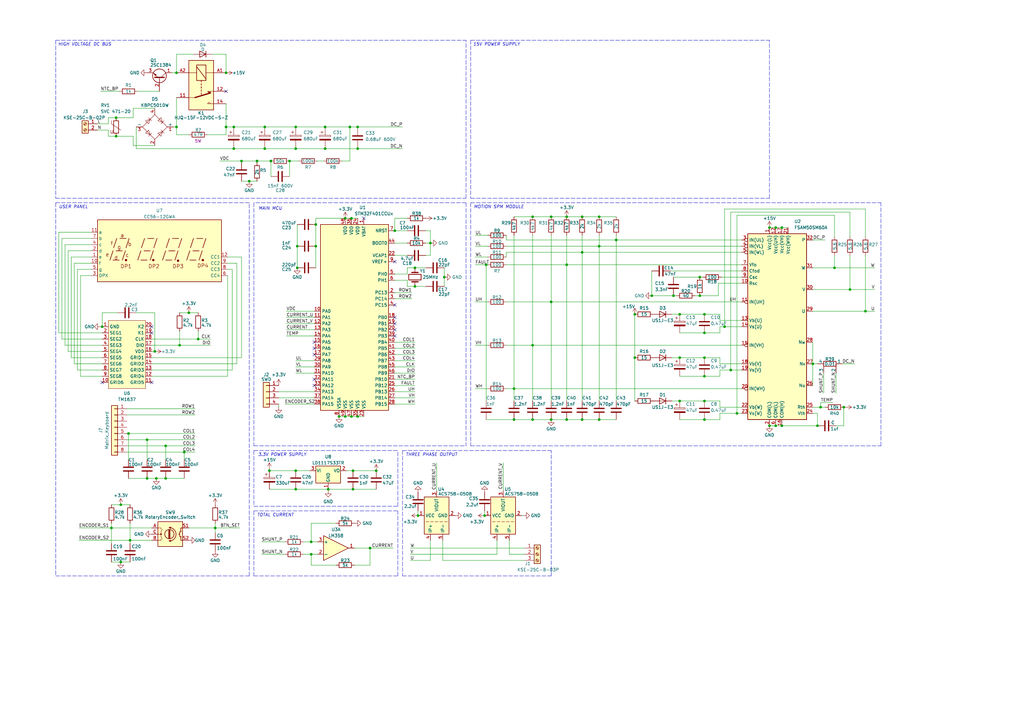
<source format=kicad_sch>
(kicad_sch (version 20211123) (generator eeschema)
  (paper "A3")
  (title_block (title "Преобразователь частоты бытовой 5.5 кВт") (date "2022-08-28") (rev "1.00") (comment 1 "01") (comment 2 "Скукин. Д."))
  (bus_alias "rr" (members "PA8"))
  (junction (at 302.26 169.545))
  (junction (at 210.82 172.085))
  (junction (at 127.635 227.33))
  (junction (at 73.66 141.605))
  (junction (at 315.595 174.625))
  (junction (at 171.45 211.455))
  (junction (at 72.39 52.07))
  (junction (at -111.125 149.225))
  (junction (at -78.74 139.065))
  (junction (at 111.125 66.04))
  (junction (at 47.625 55.88))
  (junction (at 176.53 99.695))
  (junction (at 60.325 180.34))
  (junction (at 238.76 88.9))
  (junction (at 139.065 170.815))
  (junction (at -78.74 227.965))
  (junction (at 318.135 174.625))
  (junction (at 199.39 108.585))
  (junction (at 288.925 146.685))
  (junction (at 47.625 48.26))
  (junction (at 144.145 89.535))
  (junction (at 144.145 170.815))
  (junction (at 49.53 207.01))
  (junction (at 260.35 146.685))
  (junction (at -101.6 177.165))
  (junction (at 318.135 93.345))
  (junction (at 92.71 29.845))
  (junction (at 278.765 128.905))
  (junction (at 92.71 52.07))
  (junction (at 267.335 121.285))
  (junction (at 49.53 230.505))
  (junction (at 133.35 52.07))
  (junction (at 335.28 174.625))
  (junction (at -73.66 227.965))
  (junction (at 342.265 109.855))
  (junction (at 105.41 66.04))
  (junction (at -67.945 127.635))
  (junction (at 299.72 151.765))
  (junction (at 53.34 221.615))
  (junction (at 63.5 144.145))
  (junction (at 144.78 193.04))
  (junction (at -101.6 169.545))
  (junction (at 99.06 66.04))
  (junction (at 146.685 52.07))
  (junction (at 41.91 133.985))
  (junction (at 226.06 172.085))
  (junction (at 210.82 159.385))
  (junction (at 108.585 60.96))
  (junction (at 348.615 118.745))
  (junction (at 226.06 123.825))
  (junction (at 287.02 121.285))
  (junction (at 121.285 200.66))
  (junction (at 110.49 193.04))
  (junction (at 77.47 128.27))
  (junction (at 134.62 200.66))
  (junction (at 320.675 93.345))
  (junction (at 146.685 170.815))
  (junction (at 60.325 196.215))
  (junction (at 276.225 121.285))
  (junction (at 218.44 88.9))
  (junction (at 238.76 103.505))
  (junction (at 232.41 88.9))
  (junction (at 245.745 100.965))
  (junction (at 146.685 60.96))
  (junction (at 288.925 154.305))
  (junction (at 121.285 193.04))
  (junction (at 118.745 66.04))
  (junction (at 121.285 60.96))
  (junction (at 218.44 172.085))
  (junction (at 143.51 52.07))
  (junction (at 232.41 108.585))
  (junction (at 238.76 172.085))
  (junction (at 72.39 29.845))
  (junction (at 315.595 93.345))
  (junction (at 260.35 128.905))
  (junction (at -76.835 127.635))
  (junction (at 198.755 211.455))
  (junction (at 121.285 52.07))
  (junction (at 141.605 170.815))
  (junction (at 133.35 60.96))
  (junction (at -76.2 139.065))
  (junction (at 88.265 216.535))
  (junction (at 245.745 88.9))
  (junction (at 288.925 128.905))
  (junction (at 170.18 117.475))
  (junction (at 182.245 113.665))
  (junction (at 346.075 167.005))
  (junction (at 45.72 216.535))
  (junction (at 287.02 113.665))
  (junction (at 141.605 89.535))
  (junction (at 121.92 100.965))
  (junction (at -76.2 227.965))
  (junction (at 245.745 172.085))
  (junction (at 288.925 172.085))
  (junction (at -67.945 135.255))
  (junction (at 170.18 109.855))
  (junction (at 354.965 127.635))
  (junction (at 81.28 139.065))
  (junction (at 144.78 200.66))
  (junction (at 67.945 196.215))
  (junction (at 320.675 174.625))
  (junction (at 336.55 167.005))
  (junction (at 127.635 222.25))
  (junction (at -59.055 135.255))
  (junction (at 226.06 88.9))
  (junction (at -96.52 144.145))
  (junction (at 288.925 136.525))
  (junction (at 288.925 164.465))
  (junction (at 52.705 177.8))
  (junction (at 108.585 52.07))
  (junction (at 95.885 52.07))
  (junction (at -113.665 173.355))
  (junction (at 252.73 98.425))
  (junction (at 218.44 141.605))
  (junction (at 95.885 60.96))
  (junction (at 129.54 92.075))
  (junction (at 151.765 224.79))
  (junction (at 278.765 146.685))
  (junction (at 67.945 182.88))
  (junction (at 154.305 193.04))
  (junction (at 129.54 100.965))
  (junction (at 333.375 149.225))
  (junction (at 278.765 164.465))
  (junction (at -81.28 139.065))
  (junction (at 102.235 74.295))
  (junction (at 121.92 109.855))
  (junction (at 64.135 196.215))
  (junction (at 75.565 185.42))
  (junction (at 232.41 172.085))
  (junction (at 161.925 94.615))
  (junction (at 297.18 133.985))
  (junction (at -81.28 227.965))
  (no_connect (at 149.225 89.535))
  (no_connect (at 161.925 107.315))
  (no_connect (at 128.905 145.415))
  (no_connect (at 128.905 155.575))
  (no_connect (at 128.905 158.115))
  (no_connect (at 128.905 142.875))
  (no_connect (at 128.905 140.335))
  (no_connect (at -83.82 139.065))
  (no_connect (at 161.925 125.095))
  (no_connect (at 62.23 133.985))
  (no_connect (at 62.23 136.525))
  (no_connect (at 62.23 156.845))
  (no_connect (at 41.91 156.845))
  (no_connect (at 92.71 37.465))
  (no_connect (at 161.925 130.175))
  (no_connect (at 161.925 132.715))
  (no_connect (at 161.925 135.255))
  (no_connect (at 161.925 137.795))
  (wire (pts (xy 67.945 182.88) (xy 80.01 182.88)))
  (wire (pts (xy -111.125 149.225) (xy -111.125 154.305)))
  (wire (pts (xy 88.265 214.63) (xy 88.265 216.535)))
  (wire (pts (xy 29.21 105.41) (xy 29.21 146.685)))
  (wire (pts (xy 134.62 201.295) (xy 134.62 200.66)))
  (polyline (pts (xy 104.14 184.785) (xy 104.14 207.645)))
  (wire (pts (xy 52.705 196.215) (xy 60.325 196.215)))
  (wire (pts (xy 232.41 108.585) (xy 232.41 164.465)))
  (wire (pts (xy 295.275 167.005) (xy 295.275 164.465)))
  (wire (pts (xy 137.795 214.63) (xy 127.635 214.63)))
  (wire (pts (xy 137.795 231.775) (xy 127.635 231.775)))
  (wire (pts (xy 97.155 107.95) (xy 93.345 107.95)))
  (wire (pts (xy 63.5 128.27) (xy 63.5 144.145)))
  (wire (pts (xy 267.335 121.285) (xy 267.335 111.125)))
  (wire (pts (xy 37.465 95.25) (xy 24.13 95.25)))
  (wire (pts (xy -76.835 135.255) (xy -67.945 135.255)))
  (wire (pts (xy 114.3 163.195) (xy 128.905 163.195)))
  (wire (pts (xy 60.325 180.34) (xy 60.325 188.595)))
  (wire (pts (xy 141.605 170.815) (xy 144.145 170.815)))
  (wire (pts (xy 129.54 92.075) (xy 129.54 100.965)))
  (wire (pts (xy -101.6 144.145) (xy -96.52 144.145)))
  (polyline (pts (xy 104.14 236.22) (xy 163.195 236.22)))
  (wire (pts (xy 37.465 100.33) (xy 26.67 100.33)))
  (wire (pts (xy 275.59 128.905) (xy 278.765 128.905)))
  (wire (pts (xy 276.225 113.665) (xy 287.02 113.665)))
  (wire (pts (xy 226.06 123.825) (xy 226.06 164.465)))
  (wire (pts (xy 287.02 113.665) (xy 288.29 113.665)))
  (wire (pts (xy 133.35 60.96) (xy 133.35 60.325)))
  (wire (pts (xy 70.485 29.845) (xy 72.39 29.845)))
  (wire (pts (xy 194.945 159.385) (xy 200.025 159.385)))
  (wire (pts (xy 278.765 146.685) (xy 288.925 146.685)))
  (wire (pts (xy 207.645 96.52) (xy 207.645 98.425)))
  (wire (pts (xy 333.375 118.745) (xy 348.615 118.745)))
  (wire (pts (xy 99.06 146.685) (xy 99.06 105.41)))
  (wire (pts (xy 63.5 144.145) (xy 62.23 144.145)))
  (wire (pts (xy 143.51 66.04) (xy 143.51 52.07)))
  (wire (pts (xy 170.18 109.855) (xy 174.625 109.855)))
  (wire (pts (xy 111.125 66.04) (xy 111.125 72.39)))
  (wire (pts (xy 33.02 154.305) (xy 41.91 154.305)))
  (wire (pts (xy 333.375 109.855) (xy 342.265 109.855)))
  (wire (pts (xy 161.925 112.395) (xy 167.005 112.395)))
  (wire (pts (xy 64.135 196.215) (xy 67.945 196.215)))
  (wire (pts (xy 304.165 149.225) (xy 295.275 149.225)))
  (wire (pts (xy 214.63 211.455) (xy 213.995 211.455)))
  (wire (pts (xy 278.765 172.085) (xy 288.925 172.085)))
  (wire (pts (xy 75.565 185.42) (xy 80.01 185.42)))
  (wire (pts (xy 260.35 146.685) (xy 260.35 164.465)))
  (wire (pts (xy 226.06 172.085) (xy 232.41 172.085)))
  (wire (pts (xy 238.76 96.52) (xy 238.76 103.505)))
  (wire (pts (xy 295.275 164.465) (xy 288.925 164.465)))
  (wire (pts (xy 295.275 131.445) (xy 295.275 128.905)))
  (wire (pts (xy 346.075 167.005) (xy 346.075 174.625)))
  (wire (pts (xy 99.06 105.41) (xy 93.345 105.41)))
  (wire (pts (xy 25.4 139.065) (xy 41.91 139.065)))
  (polyline (pts (xy 104.14 209.55) (xy 163.195 209.55)))
  (wire (pts (xy 174.625 104.775) (xy 176.53 104.775)))
  (wire (pts (xy 95.885 52.705) (xy 95.885 52.07)))
  (wire (pts (xy -96.52 139.065) (xy -96.52 144.145)))
  (wire (pts (xy 129.54 100.965) (xy 129.54 109.855)))
  (wire (pts (xy 67.945 196.215) (xy 75.565 196.215)))
  (wire (pts (xy 31.75 110.49) (xy 31.75 151.765)))
  (wire (pts (xy 146.685 60.325) (xy 146.685 60.96)))
  (wire (pts (xy 121.285 200.66) (xy 134.62 200.66)))
  (wire (pts (xy 45.72 216.535) (xy 45.72 222.885)))
  (wire (pts (xy 105.41 66.04) (xy 105.41 66.675)))
  (wire (pts (xy 99.06 66.04) (xy 90.17 66.04)))
  (wire (pts (xy 37.465 105.41) (xy 29.21 105.41)))
  (wire (pts (xy 44.45 50.8) (xy 44.45 48.26)))
  (wire (pts (xy -98.425 177.165) (xy -101.6 177.165)))
  (wire (pts (xy -63.5 220.345) (xy -55.245 220.345)))
  (polyline (pts (xy 104.14 182.88) (xy 191.135 182.88)))
  (wire (pts (xy 31.75 151.765) (xy 41.91 151.765)))
  (wire (pts (xy -67.945 127.635) (xy -59.055 127.635)))
  (wire (pts (xy -63.5 215.265) (xy -55.245 215.265)))
  (wire (pts (xy -49.53 182.245) (xy -63.5 182.245)))
  (wire (pts (xy 226.06 123.825) (xy 304.165 123.825)))
  (wire (pts (xy 102.235 74.295) (xy 105.41 74.295)))
  (wire (pts (xy 144.78 193.04) (xy 154.305 193.04)))
  (wire (pts (xy 41.91 128.27) (xy 41.91 133.985)))
  (wire (pts (xy 121.285 150.495) (xy 128.905 150.495)))
  (wire (pts (xy 27.94 144.145) (xy 41.91 144.145)))
  (wire (pts (xy 121.285 153.035) (xy 128.905 153.035)))
  (wire (pts (xy 232.41 88.9) (xy 238.76 88.9)))
  (wire (pts (xy 167.005 109.855) (xy 170.18 109.855)))
  (wire (pts (xy 167.005 117.475) (xy 170.18 117.475)))
  (wire (pts (xy 92.71 42.545) (xy 92.71 52.07)))
  (polyline (pts (xy 102.235 236.22) (xy 102.235 83.185)))
  (wire (pts (xy 226.06 96.52) (xy 226.06 123.825)))
  (wire (pts (xy 44.45 55.88) (xy 47.625 55.88)))
  (wire (pts (xy 238.76 103.505) (xy 304.165 103.505)))
  (wire (pts (xy 260.35 128.905) (xy 260.35 146.685)))
  (wire (pts (xy 182.245 109.855) (xy 182.245 113.665)))
  (wire (pts (xy 55.88 60.96) (xy 55.88 52.07)))
  (wire (pts (xy 302.26 169.545) (xy 304.165 169.545)))
  (wire (pts (xy 348.615 118.745) (xy 348.615 104.775)))
  (wire (pts (xy 342.265 97.155) (xy 342.265 88.265)))
  (wire (pts (xy 207.645 103.505) (xy 238.76 103.505)))
  (wire (pts (xy 182.245 113.665) (xy 182.245 117.475)))
  (wire (pts (xy 77.47 216.535) (xy 88.265 216.535)))
  (wire (pts (xy 117.475 132.715) (xy 128.905 132.715)))
  (wire (pts (xy 348.615 86.995) (xy 348.615 97.155)))
  (wire (pts (xy 194.945 123.825) (xy 200.025 123.825)))
  (wire (pts (xy -78.74 139.065) (xy -81.28 139.065)))
  (wire (pts (xy 161.925 158.115) (xy 170.18 158.115)))
  (wire (pts (xy 333.375 149.225) (xy 333.375 158.115)))
  (wire (pts (xy 295.275 169.545) (xy 302.26 169.545)))
  (wire (pts (xy -81.28 139.065) (xy -81.28 127.635)))
  (wire (pts (xy 295.275 172.085) (xy 288.925 172.085)))
  (wire (pts (xy -63.5 212.725) (xy -55.245 212.725)))
  (wire (pts (xy 167.005 94.615) (xy 161.925 94.615)))
  (wire (pts (xy 71.12 52.07) (xy 72.39 52.07)))
  (wire (pts (xy 116.84 222.25) (xy 107.315 222.25)))
  (wire (pts (xy 60.325 180.34) (xy 80.01 180.34)))
  (wire (pts (xy -55.88 167.005) (xy -63.5 167.005)))
  (wire (pts (xy 37.465 107.95) (xy 30.48 107.95)))
  (wire (pts (xy 52.07 185.42) (xy 75.565 185.42)))
  (wire (pts (xy 81.28 139.065) (xy 86.36 139.065)))
  (wire (pts (xy -63.5 217.805) (xy -55.245 217.805)))
  (wire (pts (xy 167.005 89.535) (xy 161.925 89.535)))
  (wire (pts (xy -63.5 210.185) (xy -55.245 210.185)))
  (wire (pts (xy 146.685 170.815) (xy 149.225 170.815)))
  (wire (pts (xy 54.61 59.69) (xy 63.5 59.69)))
  (wire (pts (xy 171.45 209.55) (xy 171.45 211.455)))
  (wire (pts (xy 161.29 224.79) (xy 151.765 224.79)))
  (wire (pts (xy 194.945 108.585) (xy 199.39 108.585)))
  (wire (pts (xy 52.07 177.8) (xy 52.705 177.8)))
  (wire (pts (xy 278.765 154.305) (xy 288.925 154.305)))
  (wire (pts (xy 108.585 52.07) (xy 121.285 52.07)))
  (wire (pts (xy -67.945 135.255) (xy -59.055 135.255)))
  (wire (pts (xy -83.82 227.965) (xy -81.28 227.965)))
  (wire (pts (xy 108.585 60.96) (xy 108.585 60.325)))
  (wire (pts (xy 295.275 128.905) (xy 288.925 128.905)))
  (wire (pts (xy 295.275 154.305) (xy 288.925 154.305)))
  (wire (pts (xy 32.385 216.535) (xy 45.72 216.535)))
  (wire (pts (xy 24.13 136.525) (xy 41.91 136.525)))
  (wire (pts (xy -73.66 139.065) (xy -76.2 139.065)))
  (wire (pts (xy 161.925 122.555) (xy 168.91 122.555)))
  (wire (pts (xy 95.885 60.96) (xy 108.585 60.96)))
  (wire (pts (xy 72.39 55.245) (xy 77.47 55.245)))
  (wire (pts (xy 108.585 52.07) (xy 108.585 52.705)))
  (wire (pts (xy 146.685 60.96) (xy 165.1 60.96)))
  (wire (pts (xy 110.49 192.405) (xy 110.49 193.04)))
  (wire (pts (xy 129.54 89.535) (xy 129.54 92.075)))
  (wire (pts (xy 168.275 227.33) (xy 203.835 227.33)))
  (wire (pts (xy 161.925 160.655) (xy 170.18 160.655)))
  (wire (pts (xy 218.44 141.605) (xy 304.165 141.605)))
  (wire (pts (xy 127.635 222.25) (xy 130.175 222.25)))
  (wire (pts (xy -111.125 144.145) (xy -111.125 149.225)))
  (wire (pts (xy 95.25 151.765) (xy 95.25 110.49)))
  (wire (pts (xy 45.72 216.535) (xy 62.23 216.535)))
  (wire (pts (xy 210.82 159.385) (xy 210.82 164.465)))
  (wire (pts (xy 110.49 200.66) (xy 121.285 200.66)))
  (wire (pts (xy 295.275 146.685) (xy 288.925 146.685)))
  (wire (pts (xy -63.5 222.885) (xy -55.245 222.885)))
  (wire (pts (xy 40.005 50.8) (xy 44.45 50.8)))
  (wire (pts (xy 295.275 169.545) (xy 295.275 172.085)))
  (wire (pts (xy 245.745 96.52) (xy 245.745 100.965)))
  (wire (pts (xy -105.41 149.225) (xy -111.125 149.225)))
  (wire (pts (xy -113.665 169.545) (xy -113.665 173.355)))
  (wire (pts (xy 295.275 151.765) (xy 299.72 151.765)))
  (wire (pts (xy 207.645 123.825) (xy 226.06 123.825)))
  (wire (pts (xy -96.52 174.625) (xy -98.425 174.625)))
  (wire (pts (xy 302.26 88.265) (xy 302.26 169.545)))
  (wire (pts (xy 133.35 52.07) (xy 133.35 52.705)))
  (wire (pts (xy 304.165 167.005) (xy 295.275 167.005)))
  (wire (pts (xy 245.745 100.965) (xy 304.165 100.965)))
  (wire (pts (xy 95.885 52.07) (xy 108.585 52.07)))
  (wire (pts (xy 117.475 130.175) (xy 128.905 130.175)))
  (wire (pts (xy 238.76 88.9) (xy 245.745 88.9)))
  (wire (pts (xy 333.375 98.425) (xy 338.455 98.425)))
  (wire (pts (xy 102.235 74.295) (xy 99.06 74.295)))
  (wire (pts (xy -98.425 169.545) (xy -101.6 169.545)))
  (wire (pts (xy -96.52 172.085) (xy -98.425 172.085)))
  (wire (pts (xy 299.72 151.765) (xy 304.165 151.765)))
  (wire (pts (xy 121.92 92.075) (xy 121.92 100.965)))
  (wire (pts (xy 29.21 146.685) (xy 41.91 146.685)))
  (wire (pts (xy 41.91 128.27) (xy 48.26 128.27)))
  (wire (pts (xy 73.66 128.27) (xy 77.47 128.27)))
  (wire (pts (xy 199.39 108.585) (xy 199.39 164.465)))
  (polyline (pts (xy 104.14 83.185) (xy 104.14 182.88)))
  (wire (pts (xy 295.275 136.525) (xy 288.925 136.525)))
  (wire (pts (xy 167.005 117.475) (xy 167.005 114.935)))
  (polyline (pts (xy 22.86 16.51) (xy 22.86 81.28)))
  (wire (pts (xy -49.53 194.945) (xy -63.5 194.945)))
  (wire (pts (xy 294.64 121.285) (xy 294.64 116.205)))
  (wire (pts (xy 174.625 99.695) (xy 176.53 99.695)))
  (wire (pts (xy 95.885 60.96) (xy 95.885 60.325)))
  (wire (pts (xy 318.135 174.625) (xy 320.675 174.625)))
  (wire (pts (xy 354.965 97.155) (xy 354.965 85.725)))
  (wire (pts (xy 354.965 127.635) (xy 354.965 104.775)))
  (polyline (pts (xy 193.04 16.51) (xy 193.04 81.28)))
  (wire (pts (xy -57.785 135.255) (xy -59.055 135.255)))
  (wire (pts (xy 333.375 167.005) (xy 336.55 167.005)))
  (wire (pts (xy -101.6 169.545) (xy -106.045 169.545)))
  (polyline (pts (xy 104.14 207.645) (xy 163.195 207.645)))
  (wire (pts (xy 276.225 121.285) (xy 277.495 121.285)))
  (wire (pts (xy 318.135 93.345) (xy 320.675 93.345)))
  (wire (pts (xy 245.745 100.965) (xy 245.745 164.465)))
  (wire (pts (xy 33.02 113.03) (xy 33.02 154.305)))
  (wire (pts (xy 333.375 127.635) (xy 354.965 127.635)))
  (wire (pts (xy 198.755 209.55) (xy 198.755 211.455)))
  (wire (pts (xy 295.275 133.985) (xy 295.275 136.525)))
  (polyline (pts (xy 22.86 16.51) (xy 191.135 16.51)))
  (wire (pts (xy 144.145 170.815) (xy 146.685 170.815)))
  (wire (pts (xy 304.165 131.445) (xy 295.275 131.445)))
  (wire (pts (xy -78.74 227.965) (xy -76.2 227.965)))
  (wire (pts (xy 54.61 55.88) (xy 54.61 59.69)))
  (wire (pts (xy 295.275 149.225) (xy 295.275 146.685)))
  (wire (pts (xy 207.645 105.41) (xy 207.645 103.505)))
  (wire (pts (xy 37.465 102.87) (xy 27.94 102.87)))
  (wire (pts (xy -98.425 169.545) (xy -98.425 172.085)))
  (wire (pts (xy 93.345 154.305) (xy 93.345 113.03)))
  (wire (pts (xy -76.2 139.065) (xy -78.74 139.065)))
  (wire (pts (xy 335.28 149.225) (xy 333.375 149.225)))
  (wire (pts (xy 275.59 146.685) (xy 278.765 146.685)))
  (wire (pts (xy 252.73 96.52) (xy 252.73 98.425)))
  (wire (pts (xy 170.18 117.475) (xy 174.625 117.475)))
  (wire (pts (xy 218.44 141.605) (xy 218.44 164.465)))
  (wire (pts (xy -113.665 173.355) (xy -113.665 177.165)))
  (wire (pts (xy 354.965 127.635) (xy 358.775 127.635)))
  (wire (pts (xy 210.82 172.085) (xy 218.44 172.085)))
  (wire (pts (xy 194.945 96.52) (xy 200.025 96.52)))
  (wire (pts (xy 176.53 221.615) (xy 176.53 229.87)))
  (polyline (pts (xy 193.04 16.51) (xy 315.595 16.51)))
  (wire (pts (xy 199.39 108.585) (xy 200.025 108.585)))
  (wire (pts (xy 62.23 154.305) (xy 93.345 154.305)))
  (wire (pts (xy 40.005 53.34) (xy 44.45 53.34)))
  (polyline (pts (xy 165.1 236.22) (xy 226.06 236.22)))
  (wire (pts (xy 210.82 159.385) (xy 304.165 159.385)))
  (wire (pts (xy 315.595 93.345) (xy 318.135 93.345)))
  (wire (pts (xy 133.35 60.96) (xy 146.685 60.96)))
  (wire (pts (xy 142.24 193.04) (xy 144.78 193.04)))
  (wire (pts (xy 54.61 48.26) (xy 54.61 44.45)))
  (wire (pts (xy 346.71 167.005) (xy 346.075 167.005)))
  (wire (pts (xy 144.145 89.535) (xy 146.685 89.535)))
  (wire (pts (xy 151.765 224.79) (xy 151.765 231.775)))
  (wire (pts (xy 194.945 141.605) (xy 200.025 141.605)))
  (wire (pts (xy -102.87 139.065) (xy -96.52 139.065)))
  (wire (pts (xy 117.475 137.795) (xy 128.905 137.795)))
  (wire (pts (xy 161.925 155.575) (xy 170.18 155.575)))
  (wire (pts (xy 252.73 98.425) (xy 252.73 164.465)))
  (wire (pts (xy 176.53 94.615) (xy 176.53 99.695)))
  (wire (pts (xy 26.67 100.33) (xy 26.67 141.605)))
  (wire (pts (xy 49.53 230.505) (xy 53.34 230.505)))
  (wire (pts (xy 72.39 52.07) (xy 72.39 55.245)))
  (polyline (pts (xy 193.04 83.185) (xy 193.04 182.88)))
  (wire (pts (xy 52.07 182.88) (xy 67.945 182.88)))
  (wire (pts (xy -76.835 127.635) (xy -67.945 127.635)))
  (wire (pts (xy 114.3 160.655) (xy 128.905 160.655)))
  (polyline (pts (xy 165.1 184.785) (xy 226.06 184.785)))
  (wire (pts (xy 92.71 29.845) (xy 92.71 22.225)))
  (wire (pts (xy 27.94 102.87) (xy 27.94 144.145)))
  (polyline (pts (xy 22.86 83.185) (xy 102.235 83.185)))
  (wire (pts (xy 26.67 141.605) (xy 41.91 141.605)))
  (wire (pts (xy 278.765 136.525) (xy 288.925 136.525)))
  (wire (pts (xy 60.325 196.215) (xy 64.135 196.215)))
  (wire (pts (xy 77.47 128.27) (xy 81.28 128.27)))
  (wire (pts (xy 53.34 214.63) (xy 53.34 221.615)))
  (wire (pts (xy 53.34 221.615) (xy 62.23 221.615)))
  (wire (pts (xy 336.55 167.005) (xy 336.55 165.1)))
  (wire (pts (xy 141.605 89.535) (xy 129.54 89.535)))
  (wire (pts (xy 295.275 151.765) (xy 295.275 154.305)))
  (wire (pts (xy 207.645 108.585) (xy 232.41 108.585)))
  (wire (pts (xy 121.92 100.965) (xy 121.92 109.855)))
  (wire (pts (xy 151.765 224.79) (xy 145.415 224.79)))
  (wire (pts (xy 67.945 182.88) (xy 67.945 188.595)))
  (wire (pts (xy 144.78 200.66) (xy 154.305 200.66)))
  (wire (pts (xy 116.84 227.33) (xy 107.315 227.33)))
  (wire (pts (xy 207.645 159.385) (xy 210.82 159.385)))
  (wire (pts (xy 92.71 55.245) (xy 92.71 52.07)))
  (wire (pts (xy 45.72 230.505) (xy 49.53 230.505)))
  (wire (pts (xy 176.53 99.695) (xy 176.53 104.775)))
  (wire (pts (xy 206.375 189.865) (xy 206.375 201.295)))
  (wire (pts (xy 287.02 121.285) (xy 294.64 121.285)))
  (wire (pts (xy 179.07 189.865) (xy 179.07 201.295)))
  (wire (pts (xy 342.265 88.265) (xy 302.26 88.265)))
  (wire (pts (xy 207.645 100.965) (xy 245.745 100.965)))
  (wire (pts (xy 121.285 60.96) (xy 121.285 60.325)))
  (wire (pts (xy 161.925 153.035) (xy 170.18 153.035)))
  (polyline (pts (xy 191.135 83.185) (xy 191.135 182.88)))
  (wire (pts (xy 124.46 227.33) (xy 127.635 227.33)))
  (wire (pts (xy 278.765 164.465) (xy 288.925 164.465)))
  (wire (pts (xy 297.18 85.725) (xy 297.18 133.985)))
  (wire (pts (xy 110.49 193.04) (xy 121.285 193.04)))
  (wire (pts (xy 267.335 121.285) (xy 276.225 121.285)))
  (wire (pts (xy 62.23 139.065) (xy 81.28 139.065)))
  (wire (pts (xy 275.59 164.465) (xy 278.765 164.465)))
  (wire (pts (xy 141.605 89.535) (xy 144.145 89.535)))
  (wire (pts (xy 199.39 172.085) (xy 210.82 172.085)))
  (wire (pts (xy 336.55 165.1) (xy 341.63 165.1)))
  (wire (pts (xy 168.275 229.87) (xy 176.53 229.87)))
  (wire (pts (xy 161.925 104.775) (xy 167.005 104.775)))
  (wire (pts (xy 218.44 172.085) (xy 226.06 172.085)))
  (wire (pts (xy 97.155 149.225) (xy 97.155 107.95)))
  (wire (pts (xy 37.465 110.49) (xy 31.75 110.49)))
  (wire (pts (xy 127.635 227.33) (xy 127.635 231.775)))
  (wire (pts (xy 320.675 174.625) (xy 335.28 174.625)))
  (wire (pts (xy 116.84 165.735) (xy 128.905 165.735)))
  (wire (pts (xy 232.41 172.085) (xy 238.76 172.085)))
  (wire (pts (xy -81.28 127.635) (xy -76.835 127.635)))
  (wire (pts (xy 132.715 66.04) (xy 130.175 66.04)))
  (polyline (pts (xy 163.195 207.645) (xy 163.195 184.785)))
  (wire (pts (xy -96.52 154.305) (xy -101.6 154.305)))
  (wire (pts (xy 232.41 108.585) (xy 304.165 108.585)))
  (polyline (pts (xy 22.86 81.28) (xy 191.135 81.28)))
  (wire (pts (xy 79.375 22.225) (xy 72.39 22.225)))
  (wire (pts (xy 127.635 214.63) (xy 127.635 222.25)))
  (wire (pts (xy 72.39 52.07) (xy 72.39 40.005)))
  (polyline (pts (xy 193.04 182.88) (xy 361.315 182.88)))
  (wire (pts (xy 41.275 133.985) (xy 41.91 133.985)))
  (wire (pts (xy 161.925 120.015) (xy 168.91 120.015)))
  (wire (pts (xy 346.075 174.625) (xy 342.9 174.625)))
  (wire (pts (xy 274.955 111.125) (xy 304.165 111.125)))
  (wire (pts (xy 52.07 180.34) (xy 60.325 180.34)))
  (polyline (pts (xy 191.135 81.28) (xy 191.135 16.51)))
  (wire (pts (xy 143.51 52.07) (xy 133.35 52.07)))
  (wire (pts (xy 140.335 66.04) (xy 143.51 66.04)))
  (wire (pts (xy 52.07 170.18) (xy 80.01 170.18)))
  (polyline (pts (xy 165.1 184.785) (xy 165.1 236.22)))
  (wire (pts (xy 99.06 66.04) (xy 99.06 66.675)))
  (polyline (pts (xy 315.595 81.28) (xy 315.595 16.51)))
  (wire (pts (xy 181.61 221.615) (xy 181.61 229.87)))
  (polyline (pts (xy 226.06 236.22) (xy 226.06 184.785)))
  (wire (pts (xy 62.23 151.765) (xy 95.25 151.765)))
  (wire (pts (xy 111.125 66.04) (xy 105.41 66.04)))
  (wire (pts (xy 146.685 52.07) (xy 165.1 52.07)))
  (wire (pts (xy 181.61 229.87) (xy 215.265 229.87)))
  (wire (pts (xy 295.275 133.985) (xy 297.18 133.985)))
  (wire (pts (xy 63.5 128.27) (xy 55.88 128.27)))
  (wire (pts (xy 127.635 227.33) (xy 130.175 227.33)))
  (wire (pts (xy 49.53 207.01) (xy 53.34 207.01)))
  (wire (pts (xy 207.645 98.425) (xy 252.73 98.425)))
  (wire (pts (xy 25.4 97.79) (xy 25.4 139.065)))
  (wire (pts (xy 47.625 55.88) (xy 54.61 55.88)))
  (wire (pts (xy 73.66 141.605) (xy 86.36 141.605)))
  (wire (pts (xy 134.62 200.66) (xy 144.78 200.66)))
  (wire (pts (xy 337.82 153.035) (xy 337.82 161.29)))
  (wire (pts (xy 92.71 52.07) (xy 95.885 52.07)))
  (wire (pts (xy 24.13 95.25) (xy 24.13 136.525)))
  (wire (pts (xy 121.285 147.955) (xy 128.905 147.955)))
  (wire (pts (xy -55.88 164.465) (xy -63.5 164.465)))
  (wire (pts (xy 117.475 127.635) (xy 128.905 127.635)))
  (wire (pts (xy 75.565 185.42) (xy 75.565 188.595)))
  (wire (pts (xy 37.465 113.03) (xy 33.02 113.03)))
  (wire (pts (xy 73.66 135.89) (xy 73.66 141.605)))
  (wire (pts (xy 81.28 135.89) (xy 81.28 139.065)))
  (wire (pts (xy 55.88 60.96) (xy 95.885 60.96)))
  (wire (pts (xy -81.28 227.965) (xy -78.74 227.965)))
  (wire (pts (xy 315.595 174.625) (xy 318.135 174.625)))
  (wire (pts (xy -96.52 149.225) (xy -97.79 149.225)))
  (wire (pts (xy 54.61 44.45) (xy 63.5 44.45)))
  (wire (pts (xy 167.005 109.855) (xy 167.005 112.395)))
  (wire (pts (xy 62.23 149.225) (xy 97.155 149.225)))
  (wire (pts (xy 45.72 214.63) (xy 45.72 216.535)))
  (wire (pts (xy 88.265 216.535) (xy 88.265 218.44)))
  (wire (pts (xy 342.265 109.855) (xy 358.775 109.855)))
  (wire (pts (xy -63.5 207.645) (xy -55.245 207.645)))
  (wire (pts (xy 194.945 100.965) (xy 200.025 100.965)))
  (wire (pts (xy 168.275 224.79) (xy 215.265 224.79)))
  (wire (pts (xy 278.765 128.905) (xy 288.925 128.905)))
  (polyline (pts (xy 104.14 209.55) (xy 104.14 236.22)))
  (wire (pts (xy 245.745 172.085) (xy 252.73 172.085)))
  (wire (pts (xy -76.2 227.965) (xy -73.66 227.965)))
  (wire (pts (xy 232.41 96.52) (xy 232.41 108.585)))
  (wire (pts (xy 161.925 150.495) (xy 170.18 150.495)))
  (wire (pts (xy 161.925 99.695) (xy 167.005 99.695)))
  (wire (pts (xy 297.18 85.725) (xy 354.965 85.725)))
  (polyline (pts (xy 22.86 83.185) (xy 22.86 236.22)))
  (polyline (pts (xy 191.135 83.185) (xy 104.14 83.185)))
  (wire (pts (xy 62.23 141.605) (xy 73.66 141.605)))
  (wire (pts (xy 124.46 222.25) (xy 127.635 222.25)))
  (wire (pts (xy 335.28 169.545) (xy 335.28 174.625)))
  (wire (pts (xy 299.72 86.995) (xy 299.72 151.765)))
  (wire (pts (xy -101.6 177.165) (xy -106.045 177.165)))
  (wire (pts (xy 161.925 114.935) (xy 167.005 114.935)))
  (wire (pts (xy 226.06 88.9) (xy 232.41 88.9)))
  (wire (pts (xy 45.72 207.01) (xy 49.53 207.01)))
  (wire (pts (xy 141.605 170.815) (xy 139.065 170.815)))
  (wire (pts (xy 174.625 94.615) (xy 176.53 94.615)))
  (wire (pts (xy 121.285 52.07) (xy 121.285 52.705)))
  (wire (pts (xy 218.44 88.9) (xy 210.82 88.9)))
  (wire (pts (xy 105.41 66.04) (xy 99.06 66.04)))
  (wire (pts (xy 118.745 66.04) (xy 118.745 72.39)))
  (wire (pts (xy 245.745 88.9) (xy 252.73 88.9)))
  (wire (pts (xy 208.915 221.615) (xy 208.915 227.33)))
  (wire (pts (xy 252.73 98.425) (xy 304.165 98.425)))
  (wire (pts (xy 299.72 86.995) (xy 348.615 86.995)))
  (wire (pts (xy 285.115 121.285) (xy 287.02 121.285)))
  (wire (pts (xy 203.835 227.33) (xy 203.835 221.615)))
  (wire (pts (xy 53.34 221.615) (xy 53.34 222.885)))
  (wire (pts (xy 114.3 167.005) (xy 114.3 165.735)))
  (wire (pts (xy 161.925 140.335) (xy 170.18 140.335)))
  (polyline (pts (xy 193.04 83.185) (xy 361.315 83.185)))
  (wire (pts (xy 30.48 107.95) (xy 30.48 149.225)))
  (wire (pts (xy 52.705 177.8) (xy 80.01 177.8)))
  (wire (pts (xy -98.425 177.165) (xy -98.425 174.625)))
  (wire (pts (xy 92.71 22.225) (xy 86.995 22.225)))
  (wire (pts (xy 342.9 153.035) (xy 342.9 161.29)))
  (wire (pts (xy -109.22 154.305) (xy -111.125 154.305)))
  (polyline (pts (xy 361.315 182.88) (xy 361.315 83.185)))
  (wire (pts (xy 218.44 88.9) (xy 226.06 88.9)))
  (wire (pts (xy 52.705 177.8) (xy 52.705 188.595)))
  (wire (pts (xy 145.415 231.775) (xy 151.765 231.775)))
  (wire (pts (xy 121.285 193.04) (xy 127 193.04)))
  (wire (pts (xy 208.915 227.33) (xy 215.265 227.33)))
  (wire (pts (xy 32.385 221.615) (xy 53.34 221.615)))
  (wire (pts (xy 161.925 89.535) (xy 161.925 94.615)))
  (wire (pts (xy 294.64 116.205) (xy 304.165 116.205)))
  (wire (pts (xy -55.88 169.545) (xy -63.5 169.545)))
  (wire (pts (xy 238.76 103.505) (xy 238.76 164.465)))
  (wire (pts (xy 333.375 140.335) (xy 333.375 149.225)))
  (wire (pts (xy -109.22 144.145) (xy -111.125 144.145)))
  (polyline (pts (xy 104.14 184.785) (xy 163.195 184.785)))
  (wire (pts (xy 342.265 104.775) (xy 342.265 109.855)))
  (wire (pts (xy 161.925 147.955) (xy 170.18 147.955)))
  (wire (pts (xy 161.925 163.195) (xy 170.18 163.195)))
  (polyline (pts (xy 193.04 81.28) (xy 315.595 81.28)))
  (wire (pts (xy 52.07 167.64) (xy 80.01 167.64)))
  (wire (pts (xy 210.82 96.52) (xy 210.82 159.385)))
  (wire (pts (xy 121.285 52.07) (xy 133.35 52.07)))
  (wire (pts (xy 304.165 133.985) (xy 297.18 133.985)))
  (wire (pts (xy 72.39 22.225) (xy 72.39 29.845)))
  (wire (pts (xy 161.925 142.875) (xy 170.18 142.875)))
  (wire (pts (xy 44.45 48.26) (xy 47.625 48.26)))
  (wire (pts (xy 122.555 66.04) (xy 118.745 66.04)))
  (wire (pts (xy 88.265 216.535) (xy 98.425 216.535)))
  (wire (pts (xy 117.475 135.255) (xy 128.905 135.255)))
  (polyline (pts (xy 22.86 236.22) (xy 102.235 236.22)))
  (wire (pts (xy 41.275 37.465) (xy 48.895 37.465)))
  (wire (pts (xy 95.25 110.49) (xy 93.345 110.49)))
  (wire (pts (xy 348.615 118.745) (xy 358.775 118.745)))
  (wire (pts (xy 336.55 167.005) (xy 338.455 167.005)))
  (wire (pts (xy 320.675 93.345) (xy 323.215 93.345)))
  (wire (pts (xy 121.285 60.96) (xy 133.35 60.96)))
  (wire (pts (xy 194.945 105.41) (xy 200.025 105.41)))
  (wire (pts (xy 62.23 146.685) (xy 99.06 146.685)))
  (wire (pts (xy 37.465 97.79) (xy 25.4 97.79)))
  (wire (pts (xy 47.625 48.26) (xy 54.61 48.26)))
  (wire (pts (xy 238.76 172.085) (xy 245.745 172.085)))
  (wire (pts (xy 335.28 169.545) (xy 333.375 169.545)))
  (wire (pts (xy 143.51 52.07) (xy 146.685 52.07)))
  (wire (pts (xy 56.515 37.465) (xy 65.405 37.465)))
  (wire (pts (xy 85.09 55.245) (xy 92.71 55.245)))
  (wire (pts (xy 218.44 96.52) (xy 218.44 141.605)))
  (wire (pts (xy 161.925 165.735) (xy 170.18 165.735)))
  (wire (pts (xy 30.48 149.225) (xy 41.91 149.225)))
  (wire (pts (xy 161.925 145.415) (xy 170.18 145.415)))
  (wire (pts (xy 146.685 52.07) (xy 146.685 52.705)))
  (wire (pts (xy 295.91 113.665) (xy 304.165 113.665)))
  (wire (pts (xy 108.585 60.96) (xy 121.285 60.96)))
  (wire (pts (xy 207.645 141.605) (xy 218.44 141.605)))
  (wire (pts (xy 345.44 149.225) (xy 350.52 149.225)))
  (wire (pts (xy 44.45 53.34) (xy 44.45 55.88)))
  (polyline (pts (xy 163.195 236.22) (xy 163.195 209.55)))
  (text "MAIN MCU" (at 106.045 86.36 0) (effects (font (size 1.27 1.27) italic) (justify left bottom)))
  (text "MOTION SPM MODULE" (at 194.31 85.725 0) (effects (font (size 1.27 1.27) italic) (justify left bottom)))
  (text "3.3V POWER SUPPLY" (at 125.73 187.325 180) (effects (font (size 1.27 1.27) italic) (justify right bottom)))
  (text "TOTAL CURRENT" (at 105.41 212.09 0) (effects (font (size 1.27 1.27) italic) (justify left bottom)))
  (text "15V POWER SUPPLY" (at 213.36 19.05 180) (effects (font (size 1.27 1.27) italic) (justify right bottom)))
  (text "USER PANEL" (at 24.13 85.725 0) (effects (font (size 1.27 1.27) italic) (justify left bottom)))
  (text "THREE PHASE OUTPUT" (at 166.37 187.325 0) (effects (font (size 1.27 1.27) italic) (justify left bottom)))
  (text "HIGH VOLTAGE DC BUS" (at 45.72 19.05 180) (effects (font (size 1.27 1.27) italic) (justify right bottom)))
  (label "WL" (at 121.285 153.035 0))
  (label "VH" (at -55.245 220.345 180))
  (label "VL" (at 194.945 100.965 0))
  (label "DC_P" (at 165.1 52.07 180))
  (label "V" (at 358.775 118.745 180))
  (label "FAULT" (at 194.945 108.585 0))
  (label "L" (at 40.005 50.8 0))
  (label "NTC_BP" (at -55.245 212.725 180))
  (label "NTC_BP" (at 170.18 155.575 180))
  (label "SHUNT_N" (at 342.9 161.29 90))
  (label "ENCODER_S2" (at 116.84 165.735 0))
  (label "CURRENT_U" (at 179.07 189.865 270))
  (label "VH" (at 194.945 141.605 0))
  (label "BTN_SET" (at 98.425 216.535 180))
  (label "ROW1" (at 168.91 120.015 180))
  (label "CLK" (at 86.36 139.065 180))
  (label "CURRENT" (at 117.475 135.255 0))
  (label "ROW2" (at 80.01 170.18 180))
  (label "VL" (at -55.88 167.005 180))
  (label "WL" (at -55.88 169.545 180))
  (label "DC_P" (at 338.455 98.425 180))
  (label "DIO" (at 86.36 141.605 180))
  (label "UH" (at 194.945 123.825 0))
  (label "COL4" (at 170.18 147.955 180))
  (label "WL" (at 194.945 105.41 0))
  (label "COL3" (at 80.01 182.88 180))
  (label "UL" (at 121.285 147.955 0))
  (label "UH" (at 170.18 160.655 180))
  (label "WH" (at 170.18 165.735 180))
  (label "COL1" (at 170.18 140.335 180))
  (label "UL" (at -55.88 164.465 180))
  (label "DIO" (at -55.245 210.185 180))
  (label "VDC" (at 117.475 127.635 0))
  (label "VDC" (at 90.17 66.04 0))
  (label "SHUNT_P" (at 107.315 222.25 0))
  (label "COL3" (at 170.18 145.415 180))
  (label "ENCODER_S2" (at 32.385 221.615 0))
  (label "COL1" (at 80.01 177.8 180))
  (label "NTC_BP" (at 41.275 37.465 0))
  (label "SHUNT_P" (at 337.82 161.29 90))
  (label "DIO" (at 170.18 153.035 180))
  (label "CURRENT_V" (at 117.475 132.715 0))
  (label "U" (at 358.775 127.635 180))
  (label "WH" (at -55.245 222.885 180))
  (label "FAULT" (at 170.18 158.115 180))
  (label "UL" (at 194.945 96.52 0))
  (label "TEMP" (at 341.63 165.1 180))
  (label "ROW1" (at 80.01 167.64 180))
  (label "CURRENT_V" (at 206.375 189.865 270))
  (label "SHUNT_N" (at 107.315 227.33 0))
  (label "N" (at 40.005 53.34 0))
  (label "CLK" (at 170.18 150.495 180))
  (label "DC_N" (at 350.52 149.225 180))
  (label "ROW2" (at 168.91 122.555 180))
  (label "W" (at 168.275 224.79 0))
  (label "CURRENT_U" (at 117.475 130.175 0))
  (label "DC_N" (at 165.1 60.96 180))
  (label "UH" (at -55.245 217.805 180))
  (label "COL2" (at 170.18 142.875 180))
  (label "CLK" (at -55.245 207.645 180))
  (label "TEMP" (at 117.475 137.795 0))
  (label "W" (at 358.775 109.855 180))
  (label "ENCODER_S1" (at 32.385 216.535 0))
  (label "U" (at 168.275 229.87 0))
  (label "VL" (at 121.285 150.495 0))
  (label "VH" (at 170.18 163.195 180))
  (label "ENCODER_S2" (at -49.53 194.945 180))
  (label "V" (at 168.275 227.33 0))
  (label "COL2" (at 80.01 180.34 180))
  (label "FAULT" (at -55.245 215.265 180))
  (label "CURRENT" (at 161.29 224.79 180))
  (label "COL4" (at 80.01 185.42 180))
  (label "WH" (at 194.945 159.385 0))
  (label "ENCODER_S1" (at -49.53 182.245 180))
  (label "UH" (at 299.085 123.825 0))
  (symbol (lib_id "Relay:RAYEX-L90S") (at 82.55 34.925 270) (unit 1)
    (property "Reference" "K1" (at 82.55 46.355 90))
    (property "Value" "HJQ-15F-12VDC-S-Z" (at 82.55 48.26 90))
    (property "Footprint" "Relay_THT:Relay_SPDT_RAYEX-L90S" (effects hide))
    (property "Datasheet" "https://a3.sofastcdn.com/attachment/7jioKBjnRiiSrjrjknRiwS77gwbf3zmp/L90-SERIES.pdf" (effects hide))
  )
  (symbol (lib_id "Device:C") (at 146.685 56.515 0) (unit 1)
    (property "Reference" "C33" (at 149.86 54.61 0) (effects (justify left)))
    (property "Value" "0.68uF 600V" (at 149.86 57.15 0) (effects (justify left)))
  )
  (symbol (lib_id "Device:C") (at 88.265 222.25 0) (unit 1)
    (property "Reference" "C6" (at 88.9 219.71 0) (effects (justify left)))
    (property "Value" "100nF" (at 88.9 224.79 0) (effects (justify left)))
  )
  (symbol (lib_id "Device:D") (at 271.78 164.465 180) (unit 1)
    (property "Reference" "D1" (at 271.78 161.925 0))
    (property "Value" "US1J-E3" (at 271.78 167.005 0))
  )
  (symbol (lib_id "Device:D") (at 271.78 128.905 180) (unit 1)
    (property "Reference" "D3" (at 271.78 126.365 0))
    (property "Value" "US1J-E3" (at 271.78 131.445 0))
  )
  (symbol (lib_id "power:+3.3V") (at 171.45 211.455 90) (unit 1)
    (property "Reference" "#PWR0114" (effects hide))
    (property "Value" "+3.3V" (at 168.275 213.995 90))
  )
  (symbol (lib_id "Device:C") (at 75.565 192.405 0) (unit 1)
    (property "Reference" "C5" (at 75.565 188.595 0) (effects (justify left)))
    (property "Value" "100nF" (at 75.565 190.5 0) (effects (justify left)))
  )
  (symbol (lib_id "Device:R") (at 52.705 37.465 90) (unit 1)
    (property "Reference" "R1" (at 52.705 34.925 90))
    (property "Value" "1k" (at 52.705 37.465 90))
  )
  (symbol (lib_id "power:GND") (at 198.755 201.93 180) (unit 1)
    (property "Reference" "#PWR?" (effects hide))
    (property "Value" "GND" (at 198.755 198.12 0))
  )
  (symbol (lib_id "Device:C") (at 271.145 111.125 270) (unit 1)
    (property "Reference" "C14" (at 274.32 109.855 90))
    (property "Value" "47nF" (at 274.955 112.395 90))
  )
  (symbol (lib_id "power:GND") (at 77.47 221.615 90) (unit 1)
    (property "Reference" "#PWR07" (effects hide))
    (property "Value" "GND" (at 81.915 221.615 90))
  )
  (symbol (lib_id "Device:R") (at 203.835 100.965 90) (unit 1)
    (property "Reference" "R10" (at 203.835 99.06 90))
    (property "Value" "100" (at 203.835 100.965 90))
  )
  (symbol (lib_id "Connector_Generic:Conn_01x04") (at 109.22 160.655 0) (mirror y) (unit 1)
    (property "Reference" "J2" (at 109.22 153.67 0))
    (property "Value" "SWD" (at 109.22 155.575 0))
    (property "Footprint" "Connector_PinHeader_2.54mm:PinHeader_1x04_P2.54mm_Vertical" (effects hide))
  )
  (symbol (lib_id "Amplifier_Operational:LM358") (at 137.795 224.79 0) (unit 1)
    (property "Reference" "U3" (at 137.795 217.17 0))
    (property "Value" "LM358" (at 137.795 219.71 0))
    (property "Datasheet" "http://www.ti.com/lit/ds/symlink/lm2904-n.pdf" (effects hide))
  )
  (symbol (lib_id "Device:R") (at 136.525 66.04 270) (mirror x) (unit 1)
    (property "Reference" "R8" (at 136.525 68.58 90))
    (property "Value" "100k" (at 136.525 66.04 90))
  )
  (symbol (lib_id "power:GND") (at -111.125 149.225 270) (mirror x) (unit 1)
    (property "Reference" "#PWR?" (effects hide))
    (property "Value" "GND" (at -114.3 149.225 90) (effects (justify right)))
  )
  (symbol (lib_id "Device:R") (at 73.66 132.08 0) (unit 1)
    (property "Reference" "R2" (at 74.93 131.445 0) (effects (justify left)))
    (property "Value" "4.7k" (at 74.93 133.35 0) (effects (justify left)))
  )
  (symbol (lib_id "Device:C") (at 52.07 128.27 90) (unit 1)
    (property "Reference" "C3" (at 56.515 127 90) (effects (justify left)))
    (property "Value" "2.2nF" (at 56.515 125.095 90) (effects (justify left)))
  )
  (symbol (lib_id "Device:C") (at -105.41 154.305 270) (unit 1)
    (property "Reference" "C?" (at -102.87 157.48 90))
    (property "Value" "4.7uF" (at -101.6 155.575 90))
  )
  (symbol (lib_id "power:GND") (at 102.235 74.295 0) (mirror y) (unit 1)
    (property "Reference" "#PWR019" (effects hide))
    (property "Value" "GND" (at 102.235 78.105 0))
  )
  (symbol (lib_id "power:GND") (at 226.06 172.085 0) (unit 1)
    (property "Reference" "#PWR023" (effects hide))
    (property "Value" "GND" (at 226.06 175.895 0))
  )
  (symbol (lib_id "Device:R") (at 292.1 113.665 270) (unit 1)
    (property "Reference" "R18" (at 292.1 115.57 90))
    (property "Value" "100" (at 292.1 113.665 90))
  )
  (symbol (lib_id "Device:C") (at -76.835 131.445 0) (mirror x) (unit 1)
    (property "Reference" "C?" (at -73.025 130.81 0) (effects (justify left)))
    (property "Value" "470uF" (at -76.2 128.905 0) (effects (justify left)))
  )
  (symbol (lib_id "Device:C") (at 276.225 117.475 0) (unit 1)
    (property "Reference" "C15" (at 268.605 116.205 0) (effects (justify left)))
    (property "Value" "3.3nF" (at 268.605 118.745 0) (effects (justify left)))
  )
  (symbol (lib_id "Device:C_Polarized") (at 108.585 56.515 0) (unit 1)
    (property "Reference" "C27" (at 111.76 54.3559 0) (effects (justify left)))
    (property "Value" "680uF" (at 111.76 56.8959 0) (effects (justify left)))
  )
  (symbol (lib_id "Device:C") (at 144.78 196.85 0) (unit 1)
    (property "Reference" "C30" (at 147.32 195.58 0) (effects (justify left)))
    (property "Value" "1nF" (at 147.32 198.12 0) (effects (justify left)))
  )
  (symbol (lib_id "power:GND") (at 41.275 133.985 270) (unit 1)
    (property "Reference" "#PWR04" (effects hide))
    (property "Value" "GND" (at 38.735 133.985 90) (effects (justify right)))
  )
  (symbol (lib_id "Device:C_Polarized") (at 278.765 168.275 0) (unit 1)
    (property "Reference" "C11" (at 281.305 165.735 0) (effects (justify left)))
    (property "Value" "47uF" (at 281.305 168.275 0) (effects (justify left)))
  )
  (symbol (lib_id "power:GND") (at 134.62 201.295 0) (unit 1)
    (property "Reference" "#PWR021" (effects hide))
    (property "Value" "GND" (at 134.62 205.74 0))
  )
  (symbol (lib_id "Device:C") (at 125.73 92.075 270) (unit 1)
    (property "Reference" "C23" (at 115.57 93.345 90) (effects (justify left)))
    (property "Value" "470uF" (at 115.57 91.44 90) (effects (justify left)))
  )
  (symbol (lib_id "Device:R") (at 264.16 146.685 270) (unit 1)
    (property "Reference" "R16" (at 264.16 144.145 90))
    (property "Value" "15" (at 264.16 146.685 90))
  )
  (symbol (lib_id "Device:C") (at 67.945 192.405 0) (unit 1)
    (property "Reference" "C4" (at 67.945 188.595 0) (effects (justify left)))
    (property "Value" "100nF" (at 67.945 190.5 0) (effects (justify left)))
  )
  (symbol (lib_id "Device:D") (at 271.78 146.685 180) (unit 1)
    (property "Reference" "D2" (at 271.78 144.145 0))
    (property "Value" "US1J-E3" (at 271.78 149.86 0))
  )
  (symbol (lib_id "Device:C") (at -109.855 177.165 90) (mirror x) (unit 1)
    (property "Reference" "C?" (at -113.03 178.435 90))
    (property "Value" "22pF" (at -113.665 180.34 90))
  )
  (symbol (lib_id "Connector:Screw_Terminal_01x02") (at 34.925 50.8 0) (mirror y) (unit 1)
    (property "Reference" "J3" (at 36.195 45.72 0) (effects (justify left)))
    (property "Value" "KSE-25C-B-02P" (at 43.18 48.26 0) (effects (justify left)))
  )
  (symbol (lib_id "power:GND") (at 64.135 196.215 0) (unit 1)
    (property "Reference" "#PWR01" (effects hide))
    (property "Value" "GND" (at 64.135 200.025 0))
  )
  (symbol (lib_id "Device:R") (at 218.44 92.71 0) (mirror y) (unit 1)
    (property "Reference" "R30" (at 217.17 91.44 0) (effects (justify left)))
    (property "Value" "4k7" (at 218.44 94.615 90) (effects (justify left)))
  )
  (symbol (lib_id "Sensor_Current:ACS758xCB-050B-PFF") (at 179.07 211.455 90) (unit 1)
    (property "Reference" "U4" (at 180.975 200.66 90))
    (property "Value" "ACS758-050B" (at 186.69 202.565 90))
    (property "Footprint" "Sensor_Current:Allegro_CB_PFF" (effects hide))
    (property "Datasheet" "http://www.allegromicro.com/~/media/Files/Datasheets/ACS758-Datasheet.ashx?la=en" (effects hide))
  )
  (symbol (lib_id "Device:R") (at -101.6 149.225 90) (unit 1)
    (property "Reference" "R?" (at -100.33 147.32 90) (effects (justify left)))
    (property "Value" "10k" (at -99.695 149.225 90) (effects (justify left)))
  )
  (symbol (lib_id "Device:R") (at 126.365 66.04 270) (mirror x) (unit 1)
    (property "Reference" "R7" (at 126.365 68.58 90))
    (property "Value" "100k" (at 126.365 66.04 90))
  )
  (symbol (lib_id "Device:C") (at 226.06 168.275 0) (unit 1)
    (property "Reference" "C39" (at 226.06 163.195 0) (effects (justify left)))
    (property "Value" "1.2nF" (at 226.06 165.735 0) (effects (justify left)))
  )
  (symbol (lib_id "Device:R") (at 264.16 164.465 270) (unit 1)
    (property "Reference" "R17" (at 264.16 161.925 90))
    (property "Value" "15" (at 264.16 164.465 90))
  )
  (symbol (lib_id "power:GND") (at 114.3 167.005 0) (unit 1)
    (property "Reference" "#PWR013" (effects hide))
    (property "Value" "GND" (at 114.3 170.815 0))
  )
  (symbol (lib_id "Device:C") (at 245.745 168.275 0) (unit 1)
    (property "Reference" "C42" (at 245.745 163.195 0) (effects (justify left)))
    (property "Value" "470pF" (at 245.745 165.735 0) (effects (justify left)))
  )
  (symbol (lib_id "power:GND") (at 186.69 211.455 90) (unit 1)
    (property "Reference" "#PWR0116" (effects hide))
    (property "Value" "GND" (at 191.77 211.455 90))
  )
  (symbol (lib_id "Device:R") (at 281.305 121.285 270) (unit 1)
    (property "Reference" "R20" (at 281.305 119.38 90))
    (property "Value" "40" (at 281.305 121.285 90))
  )
  (symbol (lib_id "Device:D") (at 83.185 22.225 0) (mirror y) (unit 1)
    (property "Reference" "D4" (at 83.185 18.415 0))
    (property "Value" "D" (at 83.185 20.32 0))
  )
  (symbol (lib_id "Device:R") (at 232.41 92.71 0) (mirror y) (unit 1)
    (property "Reference" "R32" (at 231.14 91.44 0) (effects (justify left)))
    (property "Value" "4k7" (at 232.41 94.615 90) (effects (justify left)))
  )
  (symbol (lib_id "Device:C") (at 53.34 226.695 0) (unit 1)
    (property "Reference" "C20" (at 53.975 224.155 0) (effects (justify left)))
    (property "Value" "100nF" (at 53.975 229.235 0) (effects (justify left)))
  )
  (symbol (lib_id "Device:R") (at 245.745 92.71 0) (mirror y) (unit 1)
    (property "Reference" "R34" (at 244.475 91.44 0) (effects (justify left)))
    (property "Value" "2k" (at 245.745 93.98 90) (effects (justify left)))
  )
  (symbol (lib_id "Display_Character:CC56-12GWA") (at 65.405 102.87 0) (unit 1)
    (property "Reference" "U7" (at 65.405 86.36 0))
    (property "Value" "CC56-12GWA" (at 65.405 88.9 0))
    (property "Footprint" "Display_7Segment:CC56-12GWA" (effects hide))
    (property "Datasheet" "http://www.kingbrightusa.com/images/catalog/SPEC/CC56-12GWA.pdf" (effects hide))
  )
  (symbol (lib_id "Device:Crystal") (at -101.6 173.355 90) (mirror x) (unit 1)
    (property "Reference" "Y?" (at -103.505 170.815 90) (effects (justify left)))
    (property "Value" "25MHz" (at -104.775 173.355 90) (effects (justify left)))
  )
  (symbol (lib_id "Device:C") (at 170.815 94.615 90) (mirror x) (unit 1)
    (property "Reference" "C?" (at 165.1 91.44 90))
    (property "Value" "100nF" (at 167.005 93.345 90))
  )
  (symbol (lib_id "Device:R_Shunt") (at 340.36 149.225 270) (unit 1)
    (property "Reference" "R39" (at 340.36 147.32 90))
    (property "Value" "0.01" (at 340.36 149.225 90))
  )
  (symbol (lib_id "power:GND") (at -73.66 227.965 0) (unit 1)
    (property "Reference" "#PWR?" (effects hide))
    (property "Value" "GND" (at -73.66 231.775 0))
  )
  (symbol (lib_id "MCU_ST_STM32F4:STM32F401RBTx") (at -78.74 182.245 0) (unit 1)
    (property "Reference" "U?" (at -73.1394 137.16 0) (effects (justify left)))
    (property "Value" "STM32F401RBTx" (at -73.025 139.065 0) (effects (justify left)))
    (property "Footprint" "Package_QFP:LQFP-64_10x10mm_P0.5mm" (effects hide))
    (property "Datasheet" "http://www.st.com/st-web-ui/static/active/en/resource/technical/document/datasheet/DM00086815.pdf" (effects hide))
  )
  (symbol (lib_id "Device:C") (at 288.925 168.275 0) (unit 1)
    (property "Reference" "C8" (at 291.465 165.735 0) (effects (justify left)))
    (property "Value" "0.47uF" (at 291.465 168.275 0) (effects (justify left)))
  )
  (symbol (lib_id "Device:C_Polarized") (at 133.35 56.515 0) (unit 1)
    (property "Reference" "C31" (at 136.525 54.3559 0) (effects (justify left)))
    (property "Value" "680uF" (at 136.525 56.8959 0) (effects (justify left)))
  )
  (symbol (lib_id "Device:C") (at 218.44 168.275 0) (unit 1)
    (property "Reference" "C38" (at 218.44 163.195 0) (effects (justify left)))
    (property "Value" "1.2nF" (at 218.44 165.735 0) (effects (justify left)))
  )
  (symbol (lib_id "Device:R") (at 81.28 132.08 0) (unit 1)
    (property "Reference" "R3" (at 82.55 131.445 0) (effects (justify left)))
    (property "Value" "4.7k" (at 82.55 133.35 0) (effects (justify left)))
  )
  (symbol (lib_id "Connector_Generic:Conn_01x08") (at 46.99 175.26 0) (mirror y) (unit 1)
    (property "Reference" "J?" (at 41.275 176.53 90))
    (property "Value" "Matrix_Keyboard" (at 43.815 176.53 90))
    (property "Footprint" "Connector_PinHeader_2.54mm:PinHeader_1x08_P2.54mm_Vertical" (effects hide))
  )
  (symbol (lib_id "Device:C") (at 178.435 117.475 270) (unit 1)
    (property "Reference" "C17" (at 181.61 118.745 90))
    (property "Value" "22pF" (at 182.245 120.65 90))
  )
  (symbol (lib_id "Transistor_BJT:BC337") (at 65.405 32.385 270) (mirror x) (unit 1)
    (property "Reference" "Q1" (at 61.595 24.765 90) (effects (justify left)))
    (property "Value" "2SC1384" (at 61.595 26.67 90) (effects (justify left)))
    (property "Footprint" "Package_TO_SOT_THT:TO-92_Inline" (effects hide))
    (property "Datasheet" "https://diotec.com/tl_files/diotec/files/pdf/datasheets/bc337.pdf" (effects hide))
  )
  (symbol (lib_id "power:GND") (at 182.245 113.665 90) (unit 1)
    (property "Reference" "#PWR0108" (effects hide))
    (property "Value" "GND" (at 185.42 113.665 90) (effects (justify right)))
  )
  (symbol (lib_id "power:GND") (at 88.265 226.06 0) (unit 1)
    (property "Reference" "#PWR014" (effects hide))
    (property "Value" "GND" (at 88.265 229.87 0))
  )
  (symbol (lib_id "Device:C") (at 52.705 192.405 0) (unit 1)
    (property "Reference" "C1" (at 52.705 188.595 0) (effects (justify left)))
    (property "Value" "100nF" (at 52.705 190.5 0) (effects (justify left)))
  )
  (symbol (lib_id "power:GND") (at 62.23 219.075 270) (unit 1)
    (property "Reference" "#PWR05" (effects hide))
    (property "Value" "GND" (at 59.055 219.0749 90) (effects (justify right)))
  )
  (symbol (lib_id "Device:C") (at 210.82 168.275 0) (unit 1)
    (property "Reference" "C37" (at 210.82 163.195 0) (effects (justify left)))
    (property "Value" "1.2nF" (at 210.82 165.735 0) (effects (justify left)))
  )
  (symbol (lib_id "Device:C") (at 154.305 196.85 0) (unit 1)
    (property "Reference" "C32" (at 156.845 195.58 0) (effects (justify left)))
    (property "Value" "47uF" (at 156.845 198.12 0) (effects (justify left)))
  )
  (symbol (lib_id "Device:C") (at 238.76 168.275 0) (unit 1)
    (property "Reference" "C41" (at 238.76 163.195 0) (effects (justify left)))
    (property "Value" "470pF" (at 238.76 165.735 0) (effects (justify left)))
  )
  (symbol (lib_id "power:+15V") (at 92.71 29.845 270) (unit 1)
    (property "Reference" "#PWR015" (effects hide))
    (property "Value" "+15V" (at 95.25 29.845 90) (effects (justify left)))
  )
  (symbol (lib_id "Device:R") (at 238.76 92.71 0) (mirror y) (unit 1)
    (property "Reference" "R33" (at 237.49 91.44 0) (effects (justify left)))
    (property "Value" "2k" (at 238.76 93.98 90) (effects (justify left)))
  )
  (symbol (lib_id "Device:RotaryEncoder_Switch") (at 69.85 219.075 0) (unit 1)
    (property "Reference" "SW9" (at 69.85 210.185 0))
    (property "Value" "RotaryEncoder_Switch" (at 69.85 212.09 0))
    (property "Footprint" "Rotary_Encoder:RotaryEncoder_Alps_EC11E-Switch_Vertical_H20mm" (effects hide))
  )
  (symbol (lib_id "Device:R") (at -106.68 139.065 90) (mirror x) (unit 1)
    (property "Reference" "R?" (at -104.775 137.16 90) (effects (justify left)))
    (property "Value" "1k" (at -105.41 139.065 90) (effects (justify left)))
  )
  (symbol (lib_id "Device:C") (at 288.925 150.495 0) (unit 1)
    (property "Reference" "C9" (at 291.465 147.955 0) (effects (justify left)))
    (property "Value" "0.47uF" (at 291.465 150.495 0) (effects (justify left)))
  )
  (symbol (lib_id "power:+15V") (at 110.49 192.405 0) (unit 1)
    (property "Reference" "#PWR016" (effects hide))
    (property "Value" "+15V" (at 110.49 188.595 0))
  )
  (symbol (lib_id "Device:R") (at 141.605 231.775 90) (mirror x) (unit 1)
    (property "Reference" "R23" (at 141.605 229.87 90))
    (property "Value" "5k" (at 141.605 231.775 90))
  )
  (symbol (lib_id "power:+3.3V") (at 141.605 89.535 0) (unit 1)
    (property "Reference" "#PWR0107" (effects hide))
    (property "Value" "+3.3V" (at 141.605 85.725 0))
  )
  (symbol (lib_id "Sensor_Current:ACS758xCB-050B-PFF") (at 206.375 211.455 90) (unit 1)
    (property "Reference" "U5" (at 208.28 200.66 90))
    (property "Value" "ACS758-050B" (at 213.995 202.565 90))
    (property "Footprint" "Sensor_Current:Allegro_CB_PFF" (effects hide))
    (property "Datasheet" "http://www.allegromicro.com/~/media/Files/Datasheets/ACS758-Datasheet.ashx?la=en" (effects hide))
  )
  (symbol (lib_id "power:+3.3V") (at 346.71 167.005 270) (unit 1)
    (property "Reference" "#PWR0109" (effects hide))
    (property "Value" "+3.3V" (at 352.425 167.005 90))
  )
  (symbol (lib_id "Device:C") (at 60.325 192.405 0) (unit 1)
    (property "Reference" "C2" (at 60.325 188.595 0) (effects (justify left)))
    (property "Value" "100nF" (at 60.325 190.5 0) (effects (justify left)))
  )
  (symbol (lib_id "Device:C") (at -67.945 131.445 0) (mirror x) (unit 1)
    (property "Reference" "C?" (at -65.405 130.81 0) (effects (justify left)))
    (property "Value" "1nF" (at -66.675 128.905 0) (effects (justify left)))
  )
  (symbol (lib_id "Device:R") (at 203.835 159.385 90) (unit 1)
    (property "Reference" "R14" (at 203.835 157.48 90))
    (property "Value" "100" (at 203.835 159.385 90))
  )
  (symbol (lib_id "power:GND") (at 176.53 99.695 90) (unit 1)
    (property "Reference" "#PWR0101" (effects hide))
    (property "Value" "GND" (at 179.705 99.695 90) (effects (justify right)))
  )
  (symbol (lib_id "power:+3.3V") (at 114.3 158.115 0) (unit 1)
    (property "Reference" "#PWR018" (effects hide))
    (property "Value" "+3.3V" (at 114.3 153.67 0))
  )
  (symbol (lib_id "Device:R") (at 141.605 214.63 90) (mirror x) (unit 1)
    (property "Reference" "R24" (at 141.605 212.725 90))
    (property "Value" "5k" (at 141.605 214.63 90))
  )
  (symbol (lib_id "MCU_ST_STM32F4:STM32F401CCUx") (at 144.145 130.175 0) (mirror y) (unit 1)
    (property "Reference" "U1" (at 147.32 85.09 0) (effects (justify right)))
    (property "Value" "STM32F401CCUx" (at 145.415 87.63 0) (effects (justify right)))
    (property "Footprint" "Package_DFN_QFN:QFN-48-1EP_7x7mm_P0.5mm_EP5.6x5.6mm" (effects hide))
    (property "Datasheet" "http://www.st.com/st-web-ui/static/active/en/resource/technical/document/datasheet/DM00086815.pdf" (effects hide))
  )
  (symbol (lib_id "Device:R") (at 342.265 100.965 0) (unit 1)
    (property "Reference" "R25" (at 343.535 100.33 0) (effects (justify left)))
    (property "Value" "5.6" (at 342.4309 102.5733 90) (effects (justify left)))
  )
  (symbol (lib_id "Device:R") (at 203.835 108.585 90) (unit 1)
    (property "Reference" "R?" (at 203.835 111.125 90))
    (property "Value" "100" (at 203.835 108.585 90))
  )
  (symbol (lib_id "power:+3.3V") (at 63.5 144.145 270) (unit 1)
    (property "Reference" "#PWR06" (effects hide))
    (property "Value" "+3.3V" (at 66.04 144.145 90) (effects (justify left)))
  )
  (symbol (lib_id "Device:C") (at 199.39 168.275 0) (unit 1)
    (property "Reference" "C36" (at 199.39 163.195 0) (effects (justify left)))
    (property "Value" "1nF" (at 199.39 165.735 0) (effects (justify left)))
  )
  (symbol (lib_id "Device:R") (at 252.73 92.71 0) (mirror y) (unit 1)
    (property "Reference" "R35" (at 251.46 91.44 0) (effects (justify left)))
    (property "Value" "2k" (at 252.73 93.98 90) (effects (justify left)))
  )
  (symbol (lib_id "Device:C_Polarized") (at 121.285 56.515 0) (unit 1)
    (property "Reference" "C29" (at 124.46 54.3559 0) (effects (justify left)))
    (property "Value" "680uF" (at 124.46 56.8959 0) (effects (justify left)))
  )
  (symbol (lib_id "power:GND") (at -113.665 173.355 270) (mirror x) (unit 1)
    (property "Reference" "#PWR?" (effects hide))
    (property "Value" "GND" (at -116.84 173.355 90) (effects (justify right)))
  )
  (symbol (lib_id "power:GND") (at 214.63 211.455 90) (unit 1)
    (property "Reference" "#PWR0115" (effects hide))
    (property "Value" "GND" (at 219.71 211.455 90))
  )
  (symbol (lib_id "power:GND") (at 60.325 29.845 270) (unit 1)
    (property "Reference" "#PWR08" (effects hide))
    (property "Value" "GND" (at 55.245 29.845 90))
  )
  (symbol (lib_id "Device:C") (at 45.72 226.695 0) (unit 1)
    (property "Reference" "C19" (at 46.355 224.155 0) (effects (justify left)))
    (property "Value" "100nF" (at 46.355 229.235 0) (effects (justify left)))
  )
  (symbol (lib_id "Device:C_Polarized") (at 278.765 150.495 0) (unit 1)
    (property "Reference" "C12" (at 281.305 147.955 0) (effects (justify left)))
    (property "Value" "47uF" (at 281.305 150.495 0) (effects (justify left)))
  )
  (symbol (lib_id "Device:C") (at 252.73 168.275 0) (unit 1)
    (property "Reference" "C43" (at 252.73 163.195 0) (effects (justify left)))
    (property "Value" "470pF" (at 252.73 165.735 0) (effects (justify left)))
  )
  (symbol (lib_id "power:+3.3V") (at 88.265 207.01 0) (unit 1)
    (property "Reference" "#PWR09" (effects hide))
    (property "Value" "+3.3V" (at 88.265 203.2 0))
  )
  (symbol (lib_id "Device:R") (at 105.41 70.485 0) (mirror y) (unit 1)
    (property "Reference" "R5" (at 109.22 69.85 0) (effects (justify left)))
    (property "Value" "2k" (at 105.41 71.755 90) (effects (justify left)))
  )
  (symbol (lib_id "power:+3.3V") (at 49.53 207.01 0) (unit 1)
    (property "Reference" "#PWR02" (effects hide))
    (property "Value" "+3.3V" (at 49.53 203.2 0))
  )
  (symbol (lib_id "Device:C") (at 125.73 109.855 270) (unit 1)
    (property "Reference" "C25" (at 115.57 110.49 90) (effects (justify left)))
    (property "Value" "220pF" (at 115.57 108.585 90) (effects (justify left)))
  )
  (symbol (lib_id "Device:Crystal") (at 170.18 113.665 270) (unit 1)
    (property "Reference" "Y1" (at 172.085 111.125 90) (effects (justify left)))
    (property "Value" "25MHz" (at 173.355 113.665 90) (effects (justify left)))
  )
  (symbol (lib_id "SevenSegment Display:TM1637") (at 52.07 145.415 0) (unit 1)
    (property "Reference" "U6" (at 52.07 161.29 0))
    (property "Value" "TM1637" (at 52.07 163.83 0))
  )
  (symbol (lib_id "power:+3.3V") (at 198.755 211.455 90) (unit 1)
    (property "Reference" "#PWR0117" (effects hide))
    (property "Value" "+3.3V" (at 195.58 213.995 90))
  )
  (symbol (lib_id "Device:R") (at 342.265 167.005 270) (unit 1)
    (property "Reference" "R40" (at 342.265 169.545 90))
    (property "Value" "10k" (at 342.265 167.005 90))
  )
  (symbol (lib_id "Device:C") (at 170.815 104.775 90) (mirror x) (unit 1)
    (property "Reference" "C18" (at 167.005 107.95 90))
    (property "Value" "4.7uF" (at 167.005 106.045 90))
  )
  (symbol (lib_id "power:+15V") (at 315.595 93.345 0) (unit 1)
    (property "Reference" "#PWR0105" (effects hide))
    (property "Value" "+15V" (at 315.595 89.535 0))
  )
  (symbol (lib_id "power:GND") (at -57.785 135.255 90) (mirror x) (unit 1)
    (property "Reference" "#PWR?" (effects hide))
    (property "Value" "GND" (at -53.975 135.255 0))
  )
  (symbol (lib_id "power:GND") (at 315.595 174.625 0) (unit 1)
    (property "Reference" "#PWR0106" (effects hide))
    (property "Value" "GND" (at 315.595 178.435 0))
  )
  (symbol (lib_id "Regulator_Linear:LD1117S33TR_SOT223") (at 134.62 193.04 0) (unit 1)
    (property "Reference" "U8" (at 134.62 187.325 0))
    (property "Value" "LD1117S33TR" (at 134.62 189.865 0))
    (property "Footprint" "Package_TO_SOT_SMD:SOT-223-3_TabPin2" (effects hide))
    (property "Datasheet" "http://www.st.com/st-web-ui/static/active/en/resource/technical/document/datasheet/CD00000544.pdf" (effects hide))
  )
  (symbol (lib_id "power:GND") (at 49.53 230.505 0) (unit 1)
    (property "Reference" "#PWR03" (effects hide))
    (property "Value" "GND" (at 49.53 234.315 0))
  )
  (symbol (lib_id "power:GND") (at 171.45 201.93 180) (unit 1)
    (property "Reference" "#PWR?" (effects hide))
    (property "Value" "GND" (at 171.45 198.12 0))
  )
  (symbol (lib_id "Device:R") (at 45.72 210.82 0) (unit 1)
    (property "Reference" "R28" (at 46.99 210.185 0) (effects (justify left)))
    (property "Value" "4.7k" (at 46.99 212.09 0) (effects (justify left)))
  )
  (symbol (lib_id "Device:R") (at 114.935 66.04 270) (mirror x) (unit 1)
    (property "Reference" "R6" (at 114.935 68.58 90))
    (property "Value" "50k" (at 114.935 66.04 90))
  )
  (symbol (lib_id "Device:R") (at 210.82 92.71 0) (mirror y) (unit 1)
    (property "Reference" "R29" (at 209.55 91.44 0) (effects (justify left)))
    (property "Value" "4k7" (at 210.82 94.615 90) (effects (justify left)))
  )
  (symbol (lib_id "Device:C_Polarized") (at 95.885 56.515 0) (unit 1)
    (property "Reference" "C21" (at 99.06 54.3559 0) (effects (justify left)))
    (property "Value" "680uF" (at 99.06 56.8959 0) (effects (justify left)))
  )
  (symbol (lib_id "Device:R") (at 53.34 210.82 0) (unit 1)
    (property "Reference" "R36" (at 54.61 210.185 0) (effects (justify left)))
    (property "Value" "4.7k" (at 54.61 212.09 0) (effects (justify left)))
  )
  (symbol (lib_id "Device:C") (at 125.73 100.965 270) (unit 1)
    (property "Reference" "C24" (at 115.57 101.6 90) (effects (justify left)))
    (property "Value" "1nF" (at 115.57 99.695 90) (effects (justify left)))
  )
  (symbol (lib_id "power:GND") (at 121.92 109.855 0) (unit 1)
    (property "Reference" "#PWR0102" (effects hide))
    (property "Value" "GND" (at 121.92 113.665 0))
  )
  (symbol (lib_id "Device:R") (at 203.835 96.52 90) (unit 1)
    (property "Reference" "R9" (at 203.835 94.615 90))
    (property "Value" "100" (at 203.835 96.52 90))
  )
  (symbol (lib_id "power:GND") (at 145.415 214.63 90) (mirror x) (unit 1)
    (property "Reference" "#PWR0118" (effects hide))
    (property "Value" "GND" (at 148.59 214.63 90) (effects (justify right)))
  )
  (symbol (lib_id "Device:C") (at -109.855 169.545 90) (mirror x) (unit 1)
    (property "Reference" "C?" (at -113.03 166.37 90))
    (property "Value" "22pF" (at -113.665 168.275 90))
  )
  (symbol (lib_id "Device:C") (at 171.45 205.74 0) (mirror y) (unit 1)
    (property "Reference" "C34" (at 170.18 203.835 0) (effects (justify left)))
    (property "Value" "2.2uf" (at 170.815 207.645 0) (effects (justify left)))
  )
  (symbol (lib_id "Device:R") (at 348.615 100.965 0) (unit 1)
    (property "Reference" "R26" (at 349.885 100.33 0) (effects (justify left)))
    (property "Value" "5.6" (at 348.726 102.5733 90) (effects (justify left)))
  )
  (symbol (lib_id "power:+3.3V") (at -110.49 139.065 90) (mirror x) (unit 1)
    (property "Reference" "#PWR?" (effects hide))
    (property "Value" "+3.3V" (at -116.205 139.065 90))
  )
  (symbol (lib_id "Device:R") (at 81.28 55.245 270) (mirror x) (unit 1)
    (property "Reference" "R?" (at 80.01 53.34 90) (effects (justify left)))
    (property "Value" "47R" (at 79.375 55.245 90) (effects (justify left)))
    (property "Power" "5W" (at 81.28 57.785 90))
  )
  (symbol (lib_id "Device:C_Polarized") (at 278.765 132.715 0) (unit 1)
    (property "Reference" "C13" (at 281.305 130.175 0) (effects (justify left)))
    (property "Value" "47uF" (at 281.305 132.715 0) (effects (justify left)))
  )
  (symbol (lib_id "Device:R") (at 203.835 141.605 90) (unit 1)
    (property "Reference" "R13" (at 203.835 139.7 90))
    (property "Value" "100" (at 203.835 141.605 90))
  )
  (symbol (lib_id "Device:R") (at 170.815 99.695 270) (mirror x) (unit 1)
    (property "Reference" "R4" (at 169.545 97.79 90) (effects (justify left)))
    (property "Value" "10k" (at 168.91 99.695 90) (effects (justify left)))
  )
  (symbol (lib_id "Device:C_Polarized") (at 110.49 196.85 0) (unit 1)
    (property "Reference" "C7" (at 113.03 195.58 0) (effects (justify left)))
    (property "Value" "330uF" (at 113.03 198.12 0) (effects (justify left)))
  )
  (symbol (lib_id "power:+3.3V") (at 77.47 128.27 0) (unit 1)
    (property "Reference" "#PWR012" (effects hide))
    (property "Value" "+3.3V" (at 77.47 124.46 0))
  )
  (symbol (lib_id "Device:R") (at 203.835 105.41 90) (unit 1)
    (property "Reference" "R11" (at 203.835 103.505 90))
    (property "Value" "100" (at 203.835 105.41 90))
  )
  (symbol (lib_id "Device:R") (at 354.965 100.965 0) (unit 1)
    (property "Reference" "R27" (at 356.235 100.33 0) (effects (justify left)))
    (property "Value" "5.6" (at 355.1165 102.5733 90) (effects (justify left)))
  )
  (symbol (lib_id "Device:R") (at 203.835 123.825 90) (unit 1)
    (property "Reference" "R12" (at 203.835 121.92 90))
    (property "Value" "100" (at 203.835 123.825 90))
  )
  (symbol (lib_id "Device:R") (at 170.815 89.535 270) (unit 1)
    (property "Reference" "R38" (at 168.91 87.63 90) (effects (justify left)))
    (property "Value" "1k" (at 169.545 89.535 90) (effects (justify left)))
  )
  (symbol (lib_id "power:+3.3V") (at 174.625 89.535 270) (unit 1)
    (property "Reference" "#PWR0104" (effects hide))
    (property "Value" "+3.3V" (at 180.34 89.535 90))
  )
  (symbol (lib_id "Device:C") (at 121.285 196.85 0) (unit 1)
    (property "Reference" "C26" (at 123.825 195.58 0) (effects (justify left)))
    (property "Value" "47nF" (at 123.825 198.12 0) (effects (justify left)))
  )
  (symbol (lib_id "Diode_Bridge:VS-KBPC810") (at 63.5 52.07 0) (unit 1)
    (property "Reference" "D5" (at 63.5 40.64 0))
    (property "Value" "KBPC5010W" (at 63.5 43.18 0))
    (property "Footprint" "Diode_THT:Diode_Bridge_Vishay_KBPC6" (effects hide))
    (property "Datasheet" "http://www.vishay.com/docs/93586/kbpc8series.pdf" (effects hide))
  )
  (symbol (lib_id "Device:R") (at 120.65 222.25 90) (mirror x) (unit 1)
    (property "Reference" "R21" (at 122.555 220.345 90) (effects (justify left)))
    (property "Value" "1k" (at 121.92 222.25 90) (effects (justify left)))
  )
  (symbol (lib_id "Device:R") (at 88.265 210.82 0) (unit 1)
    (property "Reference" "R37" (at 89.535 210.185 0) (effects (justify left)))
    (property "Value" "4.7k" (at 89.535 212.09 0) (effects (justify left)))
  )
  (symbol (lib_id "power:+3.3V") (at 232.41 88.9 0) (mirror y) (unit 1)
    (property "Reference" "#PWR024" (effects hide))
    (property "Value" "+3.3V" (at 232.41 85.09 0))
  )
  (symbol (lib_id "Device:C") (at 288.925 132.715 0) (unit 1)
    (property "Reference" "C10" (at 291.465 130.175 0) (effects (justify left)))
    (property "Value" "0.47uF" (at 291.465 132.715 0) (effects (justify left)))
  )
  (symbol (lib_id "power:+15V") (at 260.35 128.905 0) (unit 1)
    (property "Reference" "#PWR0112" (effects hide))
    (property "Value" "+15V" (at 257.81 125.73 0))
  )
  (symbol (lib_id "SPWM Module:FSAM50SM60A") (at 318.135 114.935 0) (unit 1)
    (property "Reference" "U2" (at 325.755 90.805 0) (effects (justify left)))
    (property "Value" "FSAM50SM60A" (at 325.755 93.345 0) (effects (justify left)))
  )
  (symbol (lib_id "power:+3.3V") (at 154.305 193.04 0) (unit 1)
    (property "Reference" "#PWR022" (effects hide))
    (property "Value" "+3.3V" (at 154.305 189.23 0))
  )
  (symbol (lib_id "Device:C") (at -105.41 144.145 270) (unit 1)
    (property "Reference" "C?" (at -102.87 140.97 90))
    (property "Value" "100nF" (at -100.965 142.875 90))
  )
  (symbol (lib_id "Device:C") (at 339.09 174.625 270) (unit 1)
    (property "Reference" "1uf" (at 342.265 175.895 90))
    (property "Value" "C" (at 341.63 173.355 90))
  )
  (symbol (lib_id "Device:C") (at 198.755 205.74 0) (mirror y) (unit 1)
    (property "Reference" "C35" (at 196.215 204.47 0) (effects (justify left)))
    (property "Value" "2.2uf" (at 196.215 207.01 0) (effects (justify left)))
  )
  (symbol (lib_id "Device:R") (at 226.06 92.71 0) (mirror y) (unit 1)
    (property "Reference" "R31" (at 224.79 91.44 0) (effects (justify left)))
    (property "Value" "4k7" (at 226.06 94.615 90) (effects (justify left)))
  )
  (symbol (lib_id "power:GND") (at 267.335 121.285 270) (unit 1)
    (property "Reference" "#PWR0110" (effects hide))
    (property "Value" "GND" (at 262.255 121.285 90))
  )
  (symbol (lib_id "Device:R") (at 287.02 117.475 0) (unit 1)
    (property "Reference" "R19" (at 283.845 117.475 0))
    (property "Value" "1k" (at 287.02 117.475 90))
  )
  (symbol (lib_id "Device:R") (at 120.65 227.33 90) (mirror x) (unit 1)
    (property "Reference" "R22" (at 122.555 225.425 90) (effects (justify left)))
    (property "Value" "1k" (at 121.92 227.33 90) (effects (justify left)))
  )
  (symbol (lib_id "Device:C") (at 232.41 168.275 0) (unit 1)
    (property "Reference" "C40" (at 232.41 163.195 0) (effects (justify left)))
    (property "Value" "1nF" (at 232.41 165.735 0) (effects (justify left)))
  )
  (symbol (lib_id "Device:Varistor") (at 47.625 52.07 0) (unit 1)
    (property "Reference" "RV1" (at 41.275 43.18 0) (effects (justify left)))
    (property "Value" "SVC 471-20" (at 41.275 45.72 0) (effects (justify left)))
  )
  (symbol (lib_id "power:GND") (at 139.065 170.815 0) (unit 1)
    (property "Reference" "#PWR0103" (effects hide))
    (property "Value" "GND" (at 139.065 174.625 0))
  )
  (symbol (lib_id "Device:C") (at 178.435 109.855 270) (unit 1)
    (property "Reference" "C16" (at 181.61 106.68 90))
    (property "Value" "22pF" (at 182.245 108.585 90))
  )
  (symbol (lib_id "Device:C") (at 114.935 72.39 90) (mirror x) (unit 1)
    (property "Reference" "C28" (at 114.935 78.105 90))
    (property "Value" "15nF 600V" (at 114.935 76.2 90))
  )
  (symbol (lib_id "Device:R") (at 264.16 128.905 270) (unit 1)
    (property "Reference" "R15" (at 264.16 126.365 90))
    (property "Value" "15" (at 264.16 128.905 90))
  )
  (symbol (lib_id "Device:C") (at -59.055 131.445 0) (mirror x) (unit 1)
    (property "Reference" "C?" (at -54.61 130.81 0) (effects (justify left)))
    (property "Value" "220pF" (at -58.42 128.905 0) (effects (justify left)))
  )
  (symbol (lib_id "Connector:Screw_Terminal_01x03") (at 220.345 227.33 0) (unit 1)
    (property "Reference" "J1" (at 215.265 231.14 0) (effects (justify left)))
    (property "Value" "KSE-25C-B-03P" (at 212.09 233.68 0) (effects (justify left)))
  )
  (symbol (lib_id "Device:C") (at 99.06 70.485 0) (mirror y) (unit 1)
    (property "Reference" "C22" (at 96.52 69.215 0) (effects (justify left)))
    (property "Value" "47nF" (at 96.52 71.755 0) (effects (justify left)))
  )
)
</source>
